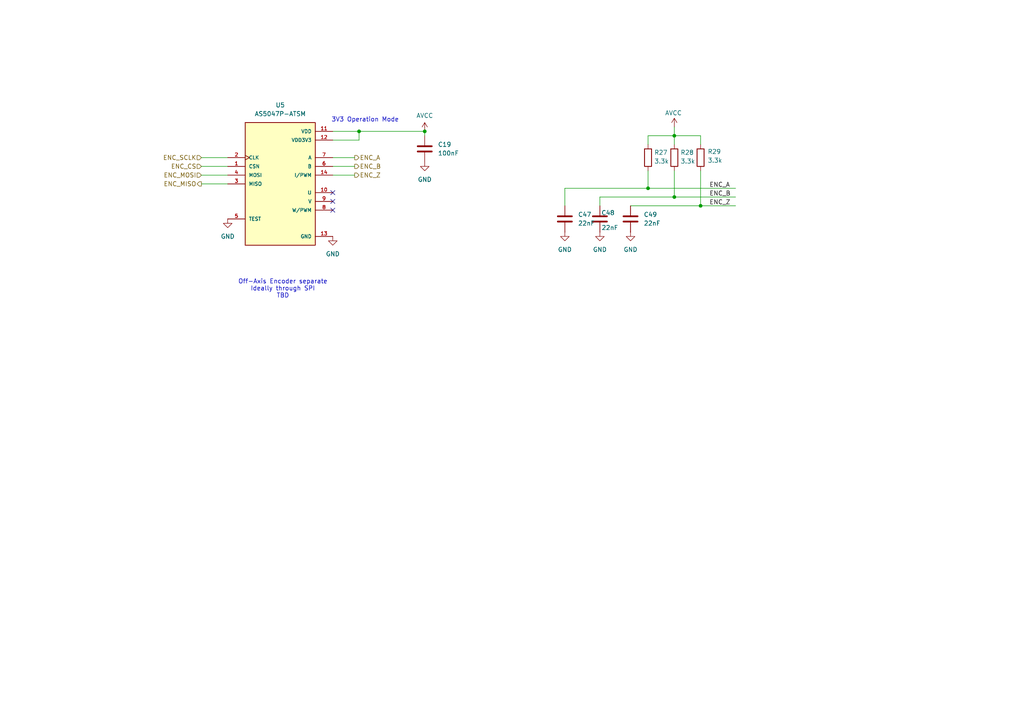
<source format=kicad_sch>
(kicad_sch (version 20231120) (generator "eeschema") (generator_version "8.0")
  (paper "A4")
  (lib_symbols
    (symbol "AS5047P-ATSM:AS5047P-ATSM" (pin_names (offset 1.016))
      (property "Reference" "U" (at -10.16 20.32 0))
      (property "Value" "AS5047P-ATSM" (at -10.16 -20.32 0))
      (symbol "AS5047P-ATSM_0_0"
        (rectangle (start -10.16 -17.78) (end 10.16 17.78) (stroke (width 0.254)) (fill (type background)))
        (pin input line (at -15.24 5.08 0) (length 5.08) (name "CSN") (number "1"))
        (pin output line (at 15.24 -2.54 180) (length 5.08) (name "U") (number "10"))
        (pin power_in line (at 15.24 15.24 180) (length 5.08) (name "VDD") (number "11"))
        (pin power_in line (at 15.24 12.7 180) (length 5.08) (name "VDD3V3") (number "12"))
        (pin power_in line (at 15.24 -15.24 180) (length 5.08) (name "GND") (number "13"))
        (pin output line (at 15.24 2.54 180) (length 5.08) (name "I/PWM") (number "14"))
        (pin input clock (at -15.24 7.62 0) (length 5.08) (name "CLK") (number "2"))
        (pin output line (at -15.24 0 0) (length 5.08) (name "MISO") (number "3"))
        (pin input line (at -15.24 2.54 0) (length 5.08) (name "MOSI") (number "4"))
        (pin passive line (at -15.24 -10.16 0) (length 5.08) (name "TEST") (number "5"))
        (pin output line (at 15.24 5.08 180) (length 5.08) (name "B") (number "6"))
        (pin output line (at 15.24 7.62 180) (length 5.08) (name "A") (number "7"))
        (pin output line (at 15.24 -7.62 180) (length 5.08) (name "W/PWM") (number "8"))
        (pin output line (at 15.24 -5.08 180) (length 5.08) (name "V") (number "9"))
      )
    )
    (symbol "Device:C" (pin_numbers hide) (pin_names (offset 0.254))
      (property "Reference" "C" (at 0.635 2.54 0))
      (property "Value" "C" (at 0.635 -2.54 0))
      (symbol "C_0_1"
        (polyline (pts (xy -2.032 -0.762) (xy 2.032 -0.762)) (stroke (width 0.508)))
        (polyline (pts (xy -2.032 0.762) (xy 2.032 0.762)) (stroke (width 0.508)))
      )
      (symbol "C_1_1"
        (pin passive line (at 0 3.81 270) (length 2.794) (name "~") (number "1"))
        (pin passive line (at 0 -3.81 90) (length 2.794) (name "~") (number "2"))
      )
    )
    (symbol "Device:R" (pin_numbers hide) (pin_names (offset 0))
      (property "Reference" "R" (at 2.032 0 90))
      (property "Value" "R" (at 0 0 90))
      (symbol "R_0_1"
        (rectangle (start -1.016 -2.54) (end 1.016 2.54) (stroke (width 0.254)))
      )
      (symbol "R_1_1"
        (pin passive line (at 0 3.81 270) (length 1.27) (name "~") (number "1"))
        (pin passive line (at 0 -3.81 90) (length 1.27) (name "~") (number "2"))
      )
    )
    (symbol "power:GND" (power) (pin_numbers hide) (pin_names (offset 0) hide)
      (property "Value" "GND" (at 0 -3.81 0))
      (symbol "GND_0_1"
        (polyline (pts (xy 0 0) (xy 0 -1.27) (xy 1.27 -1.27) (xy 0 -2.54) (xy -1.27 -1.27) (xy 0 -1.27)))
      )
      (symbol "GND_1_1"
        (pin power_in line (at 0 0 270) (length 0) (name "~") (number "1"))
      )
    )
    (symbol "power:VCC" (power) (pin_numbers hide) (pin_names (offset 0) hide)
      (property "Value" "VCC" (at 0 3.556 0))
      (symbol "VCC_0_1"
        (polyline (pts (xy -0.762 1.27) (xy 0 2.54)))
        (polyline (pts (xy 0 0) (xy 0 2.54)))
        (polyline (pts (xy 0 2.54) (xy 0.762 1.27)))
      )
      (symbol "VCC_1_1"
        (pin power_in line (at 0 0 90) (length 0) (name "~") (number "1"))
      )
    )
  )
  (junction (at 104.14 38.1))
  (junction (at 187.96 54.61))
  (junction (at 123.19 38.1))
  (junction (at 195.58 39.37))
  (junction (at 195.58 57.15))
  (junction (at 203.2 59.69))
  (no_connect (at 96.52 60.96))
  (no_connect (at 96.52 55.88))
  (no_connect (at 96.52 58.42))
  (wire (pts (xy 187.96 39.37) (xy 187.96 41.91)))
  (wire (pts (xy 58.42 45.72) (xy 66.04 45.72)))
  (wire (pts (xy 96.52 40.64) (xy 104.14 40.64)))
  (wire (pts (xy 195.58 57.15) (xy 213.36 57.15)))
  (wire (pts (xy 195.58 39.37) (xy 195.58 41.91)))
  (wire (pts (xy 58.42 53.34) (xy 66.04 53.34)))
  (wire (pts (xy 187.96 39.37) (xy 195.58 39.37)))
  (wire (pts (xy 96.52 38.1) (xy 104.14 38.1)))
  (wire (pts (xy 195.58 49.53) (xy 195.58 57.15)))
  (wire (pts (xy 58.42 48.26) (xy 66.04 48.26)))
  (wire (pts (xy 102.87 50.8) (xy 96.52 50.8)))
  (wire (pts (xy 123.19 38.1) (xy 123.19 39.37)))
  (wire (pts (xy 187.96 49.53) (xy 187.96 54.61)))
  (wire (pts (xy 187.96 54.61) (xy 213.36 54.61)))
  (wire (pts (xy 203.2 39.37) (xy 203.2 41.91)))
  (wire (pts (xy 104.14 38.1) (xy 123.19 38.1)))
  (wire (pts (xy 203.2 49.53) (xy 203.2 59.69)))
  (wire (pts (xy 163.83 59.69) (xy 163.83 54.61)))
  (wire (pts (xy 195.58 39.37) (xy 203.2 39.37)))
  (wire (pts (xy 102.87 45.72) (xy 96.52 45.72)))
  (wire (pts (xy 203.2 59.69) (xy 213.36 59.69)))
  (wire (pts (xy 173.99 57.15) (xy 195.58 57.15)))
  (wire (pts (xy 102.87 48.26) (xy 96.52 48.26)))
  (wire (pts (xy 104.14 40.64) (xy 104.14 38.1)))
  (wire (pts (xy 195.58 36.83) (xy 195.58 39.37)))
  (wire (pts (xy 58.42 50.8) (xy 66.04 50.8)))
  (wire (pts (xy 173.99 59.69) (xy 173.99 57.15)))
  (wire (pts (xy 163.83 54.61) (xy 187.96 54.61)))
  (wire (pts (xy 182.88 59.69) (xy 203.2 59.69)))
  (text "Off-Axis Encoder separate\nIdeally through SPI\nTBD" (at 82.042 83.82 0) (effects (font (size 1.27 1.27))))
  (text "3V3 Operation Mode" (at 105.918 35.56 0) (effects (font (size 1.27 1.27)) (justify bottom)))
  (label "ENC_B" (at 205.74 57.15 0))
  (label "ENC_Z" (at 205.74 59.69 0))
  (label "ENC_A" (at 205.74 54.61 0))
  (hierarchical_label "ENC_MISO" (shape output) (at 58.42 53.34 180))
  (hierarchical_label "ENC_CS" (shape input) (at 58.42 48.26 180))
  (hierarchical_label "ENC_B" (shape output) (at 102.87 48.26 0))
  (hierarchical_label "ENC_Z" (shape output) (at 102.87 50.8 0))
  (hierarchical_label "ENC_A" (shape output) (at 102.87 45.72 0))
  (hierarchical_label "ENC_SCLK" (shape input) (at 58.42 45.72 180))
  (hierarchical_label "ENC_MOSI" (shape input) (at 58.42 50.8 180))
  (symbol (lib_id "Device:R") (at 195.58 45.72 0) (unit 1)
    (property "Reference" "R28" (at 197.358 44.958 0) (effects (justify left bottom)))
    (property "Value" "3.3k" (at 197.358 47.498 0) (effects (justify left bottom)))
    (property "Footprint" "Resistor_SMD:R_0603_1608Metric" (effects (hide yes)))
    (property "Description" "RES SMD 3.3K OHM 1% 1/10W 0603" (effects (hide yes)))
    (property "SUPPLIER 1" "Digi-Key" (effects (hide yes)))
    (property "SUPPLIER PART NUMBER 1" "311-3.30KHRCT-ND" (effects (hide yes)))
    (property "MANUFACTURER" "Yageo" (effects (hide yes)))
    (property "ROHS" "RoHS Compliant" (effects (hide yes)))
    (property "CATEGORY" "Resistors" (effects (hide yes)))
    (property "STOCK 1" "420019" (effects (hide yes)))
    (property "PRICING 1" "1=0.1, 10=0.014, 25=0.01, 100=0.0057, 250=0.00436, 500=0.00348, 1000=0.00257, 2500=0.00223 (USD)" (effects (hide yes)))
    (property "PACKAGING" "Cut Tape (CT)" (effects (hide yes)))
    (property "TOLERANCE" "±1%" (effects (hide yes)))
    (property "POWER (WATTS)" "0.1W, 1/10W" (effects (hide yes)))
    (property "COMPOSITION" "Thick Film" (effects (hide yes)))
    (property "FEATURES" "Moisture Resistant" (effects (hide yes)))
    (property "TEMPERATURE COEFFICIENT" "±100ppm/°C" (effects (hide yes)))
    (property "OPERATING TEMPERATURE" "-55°C ~ 155°C" (effects (hide yes)))
    (property "PACKAGE / CASE" "0603 (1608 Metric)" (effects (hide yes)))
    (property "SUPPLIER DEVICE PACKAGE" "0603" (effects (hide yes)))
    (property "SIZE / DIMENSION" "0.063\" L x 0.031\" W (1.60mm x 0.80mm)" (effects (hide yes)))
    (property "HEIGHT" "0.022\" (0.55mm)" (effects (hide yes)))
    (property "NUMBER OF TERMINATIONS" "2" (effects (hide yes)))
    (property "COMPONENTLINK1URL" "http://www.yageo.com/documents/recent/PYu-RC_Group_51_RoHS_L_04.pdf" (effects (hide yes)))
    (property "COMPONENTLINK1DESCRIPTION" "http://www.yageo.com/documents/recent/PYu-RC_Group_51_RoHS_L_04.pdf" (effects (hide yes)))
    (property "MANUFACTURER PART NUMBER" "RC0603FR-073K3L" (effects (hide yes)))
    (property "RESISTANCE (OHMS)" "3.3k" (effects (hide yes)))
  )
  (symbol (lib_id "power:GND") (at 123.19 46.99 0) (unit 1)
    (property "Reference" "#PWR021" (effects (hide yes)))
    (property "Value" "GND" (at 123.19 52.07 0))
    (property "Description" "Power symbol creates a global label with name \"GND\" , ground" (effects (hide yes)))
  )
  (symbol (lib_id "power:GND") (at 96.52 68.58 0) (unit 1)
    (property "Reference" "#PWR019" (effects (hide yes)))
    (property "Value" "GND" (at 96.52 73.66 0))
    (property "Description" "Power symbol creates a global label with name \"GND\" , ground" (effects (hide yes)))
  )
  (symbol (lib_id "power:VCC") (at 195.58 36.83 0) (unit 1)
    (property "Reference" "#PWR061" (effects (hide yes)))
    (property "Value" "AVCC" (at 195.326 32.766 0))
  )
  (symbol (lib_id "power:GND") (at 182.88 67.31 0) (unit 1)
    (property "Reference" "#PWR060" (effects (hide yes)))
    (property "Value" "GND" (at 182.88 72.39 0))
    (property "Description" "Power symbol creates a global label with name \"GND\" , ground" (effects (hide yes)))
  )
  (symbol (lib_id "power:VCC") (at 123.19 38.1 0) (unit 1)
    (property "Reference" "#PWR020" (effects (hide yes)))
    (property "Value" "AVCC" (at 123.19 33.528 0))
  )
  (symbol (lib_id "Device:C") (at 163.83 63.5 0) (unit 1)
    (property "Reference" "C47" (at 167.64 62.2299 0) (effects (justify left)))
    (property "Value" "22nF" (at 167.64 64.7699 0) (effects (justify left)))
    (property "Footprint" "Capacitor_SMD:C_0402_1005Metric" (effects (hide yes)))
    (property "Description" "Unpolarized capacitor" (effects (hide yes)))
  )
  (symbol (lib_id "power:GND") (at 66.04 63.5 0) (unit 1)
    (property "Reference" "#PWR018" (effects (hide yes)))
    (property "Value" "GND" (at 66.04 68.58 0))
    (property "Description" "Power symbol creates a global label with name \"GND\" , ground" (effects (hide yes)))
  )
  (symbol (lib_id "Device:R") (at 203.2 45.72 0) (unit 1)
    (property "Reference" "R29" (at 205.232 44.704 0) (effects (justify left bottom)))
    (property "Value" "3.3k" (at 205.232 47.244 0) (effects (justify left bottom)))
    (property "Footprint" "Resistor_SMD:R_0603_1608Metric" (effects (hide yes)))
    (property "Description" "RES SMD 3.3K OHM 1% 1/10W 0603" (effects (hide yes)))
    (property "SUPPLIER 1" "Digi-Key" (effects (hide yes)))
    (property "SUPPLIER PART NUMBER 1" "311-3.30KHRCT-ND" (effects (hide yes)))
    (property "MANUFACTURER" "Yageo" (effects (hide yes)))
    (property "ROHS" "RoHS Compliant" (effects (hide yes)))
    (property "CATEGORY" "Resistors" (effects (hide yes)))
    (property "STOCK 1" "420019" (effects (hide yes)))
    (property "PRICING 1" "1=0.1, 10=0.014, 25=0.01, 100=0.0057, 250=0.00436, 500=0.00348, 1000=0.00257, 2500=0.00223 (USD)" (effects (hide yes)))
    (property "PACKAGING" "Cut Tape (CT)" (effects (hide yes)))
    (property "TOLERANCE" "±1%" (effects (hide yes)))
    (property "POWER (WATTS)" "0.1W, 1/10W" (effects (hide yes)))
    (property "COMPOSITION" "Thick Film" (effects (hide yes)))
    (property "FEATURES" "Moisture Resistant" (effects (hide yes)))
    (property "TEMPERATURE COEFFICIENT" "±100ppm/°C" (effects (hide yes)))
    (property "OPERATING TEMPERATURE" "-55°C ~ 155°C" (effects (hide yes)))
    (property "PACKAGE / CASE" "0603 (1608 Metric)" (effects (hide yes)))
    (property "SUPPLIER DEVICE PACKAGE" "0603" (effects (hide yes)))
    (property "SIZE / DIMENSION" "0.063\" L x 0.031\" W (1.60mm x 0.80mm)" (effects (hide yes)))
    (property "HEIGHT" "0.022\" (0.55mm)" (effects (hide yes)))
    (property "NUMBER OF TERMINATIONS" "2" (effects (hide yes)))
    (property "COMPONENTLINK1URL" "http://www.yageo.com/documents/recent/PYu-RC_Group_51_RoHS_L_04.pdf" (effects (hide yes)))
    (property "COMPONENTLINK1DESCRIPTION" "http://www.yageo.com/documents/recent/PYu-RC_Group_51_RoHS_L_04.pdf" (effects (hide yes)))
    (property "MANUFACTURER PART NUMBER" "RC0603FR-073K3L" (effects (hide yes)))
    (property "RESISTANCE (OHMS)" "3.3k" (effects (hide yes)))
  )
  (symbol (lib_id "Device:R") (at 187.96 45.72 0) (unit 1)
    (property "Reference" "R27" (at 189.738 44.958 0) (effects (justify left bottom)))
    (property "Value" "3.3k" (at 189.738 47.498 0) (effects (justify left bottom)))
    (property "Footprint" "Resistor_SMD:R_0603_1608Metric" (effects (hide yes)))
    (property "Description" "RES SMD 3.3K OHM 1% 1/10W 0603" (effects (hide yes)))
    (property "SUPPLIER 1" "Digi-Key" (effects (hide yes)))
    (property "SUPPLIER PART NUMBER 1" "311-3.30KHRCT-ND" (effects (hide yes)))
    (property "MANUFACTURER" "Yageo" (effects (hide yes)))
    (property "ROHS" "RoHS Compliant" (effects (hide yes)))
    (property "CATEGORY" "Resistors" (effects (hide yes)))
    (property "STOCK 1" "420019" (effects (hide yes)))
    (property "PRICING 1" "1=0.1, 10=0.014, 25=0.01, 100=0.0057, 250=0.00436, 500=0.00348, 1000=0.00257, 2500=0.00223 (USD)" (effects (hide yes)))
    (property "PACKAGING" "Cut Tape (CT)" (effects (hide yes)))
    (property "TOLERANCE" "±1%" (effects (hide yes)))
    (property "POWER (WATTS)" "0.1W, 1/10W" (effects (hide yes)))
    (property "COMPOSITION" "Thick Film" (effects (hide yes)))
    (property "FEATURES" "Moisture Resistant" (effects (hide yes)))
    (property "TEMPERATURE COEFFICIENT" "±100ppm/°C" (effects (hide yes)))
    (property "OPERATING TEMPERATURE" "-55°C ~ 155°C" (effects (hide yes)))
    (property "PACKAGE / CASE" "0603 (1608 Metric)" (effects (hide yes)))
    (property "SUPPLIER DEVICE PACKAGE" "0603" (effects (hide yes)))
    (property "SIZE / DIMENSION" "0.063\" L x 0.031\" W (1.60mm x 0.80mm)" (effects (hide yes)))
    (property "HEIGHT" "0.022\" (0.55mm)" (effects (hide yes)))
    (property "NUMBER OF TERMINATIONS" "2" (effects (hide yes)))
    (property "COMPONENTLINK1URL" "http://www.yageo.com/documents/recent/PYu-RC_Group_51_RoHS_L_04.pdf" (effects (hide yes)))
    (property "COMPONENTLINK1DESCRIPTION" "http://www.yageo.com/documents/recent/PYu-RC_Group_51_RoHS_L_04.pdf" (effects (hide yes)))
    (property "MANUFACTURER PART NUMBER" "RC0603FR-073K3L" (effects (hide yes)))
    (property "RESISTANCE (OHMS)" "3.3k" (effects (hide yes)))
  )
  (symbol (lib_id "power:GND") (at 173.99 67.31 0) (unit 1)
    (property "Reference" "#PWR059" (effects (hide yes)))
    (property "Value" "GND" (at 173.99 72.39 0))
    (property "Description" "Power symbol creates a global label with name \"GND\" , ground" (effects (hide yes)))
  )
  (symbol (lib_id "Device:C") (at 173.99 63.5 0) (mirror y) (unit 1)
    (property "Reference" "C48" (at 178.308 61.722 0) (effects (justify left)))
    (property "Value" "22nF" (at 179.324 66.04 0) (effects (justify left)))
    (property "Footprint" "Capacitor_SMD:C_0402_1005Metric" (effects (hide yes)))
    (property "Description" "Unpolarized capacitor" (effects (hide yes)))
  )
  (symbol (lib_id "Device:C") (at 182.88 63.5 0) (unit 1)
    (property "Reference" "C49" (at 186.69 62.2299 0) (effects (justify left)))
    (property "Value" "22nF" (at 186.69 64.7699 0) (effects (justify left)))
    (property "Footprint" "Capacitor_SMD:C_0402_1005Metric" (effects (hide yes)))
    (property "Description" "Unpolarized capacitor" (effects (hide yes)))
  )
  (symbol (lib_id "AS5047P-ATSM:AS5047P-ATSM") (at 81.28 53.34 0) (unit 1)
    (property "Reference" "U5" (at 81.28 30.48 0))
    (property "Value" "AS5047P-ATSM" (at 81.28 33.02 0))
    (property "Footprint" "AMS:SOP65P640X120-14N" (effects (hide yes)))
    (property "MF" "ams" (effects (hide yes)))
    (property "Description_1" "\nRotary Encoder Magnetic Programmable PWM -\n" (effects (hide yes)))
    (property "Package" "TSSOP-14 ams" (effects (hide yes)))
    (property "Price" "None" (effects (hide yes)))
    (property "Check_prices" "https://www.snapeda.com/parts/AS5047P-ATSM/ams/view-part/?ref=eda" (effects (hide yes)))
    (property "STANDARD" "IPC 7351B" (effects (hide yes)))
    (property "PARTREV" "1-01" (effects (hide yes)))
    (property "SnapEDA_Link" "https://www.snapeda.com/parts/AS5047P-ATSM/ams/view-part/?ref=snap" (effects (hide yes)))
    (property "MP" "AS5047P-ATSM" (effects (hide yes)))
    (property "Purchase-URL" "https://www.snapeda.com/api/url_track_click_mouser/?unipart_id=602819&manufacturer=ams&part_name=AS5047P-ATSM&search_term=None" (effects (hide yes)))
    (property "Availability" "In Stock" (effects (hide yes)))
    (property "MANUFACTURER" "AMS" (effects (hide yes)))
    (property "LCSC Part Number" "C962063" (effects (hide yes)))
  )
  (symbol (lib_id "Device:C") (at 123.19 43.18 0) (unit 1)
    (property "Reference" "C19" (at 127 41.9099 0) (effects (justify left)))
    (property "Value" "100nF" (at 127 44.4499 0) (effects (justify left)))
    (property "Footprint" "Capacitor_SMD:C_0402_1005Metric" (effects (hide yes)))
    (property "Description" "Unpolarized capacitor" (effects (hide yes)))
  )
  (symbol (lib_id "power:GND") (at 163.83 67.31 0) (unit 1)
    (property "Reference" "#PWR058" (effects (hide yes)))
    (property "Value" "GND" (at 163.83 72.39 0))
    (property "Description" "Power symbol creates a global label with name \"GND\" , ground" (effects (hide yes)))
  )
)
</source>
